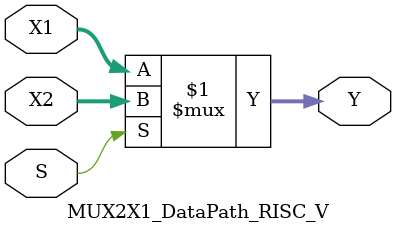
<source format=v>
module MUX2X1_DataPath_RISC_V (
    X1,X2,S,Y
);

input  wire [31:0]   X1,X2;
input    S ;
output [31:0]   Y  ;

assign Y = S ? X2 : X1 ;



endmodule
    

</source>
